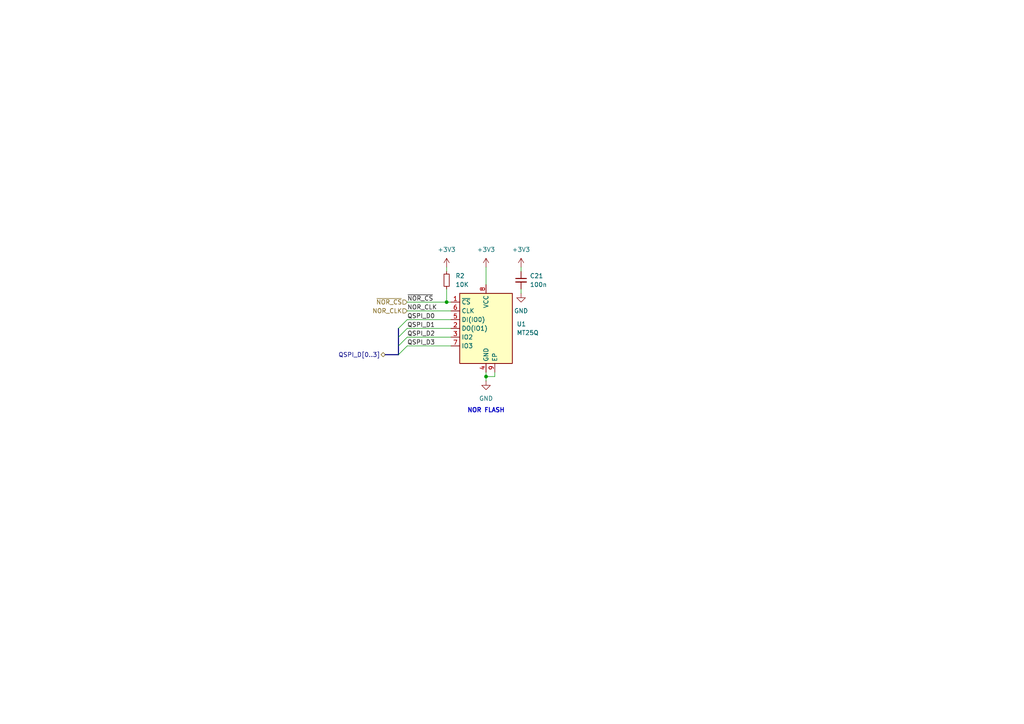
<source format=kicad_sch>
(kicad_sch (version 20231120) (generator "eeschema") (generator_version "8.0")
  (paper "A4")
  (lib_symbols
    (symbol "Device:C_Small" (pin_numbers hide) (pin_names (offset 0.254) hide)
      (property "Reference" "C" (at 0.254 1.778 0))
      (property "Value" "C_Small" (at 0.254 -2.032 0))
      (symbol "C_Small_0_1"
        (polyline (pts (xy -1.524 -0.508) (xy 1.524 -0.508)) (stroke (width 0.3302)))
        (polyline (pts (xy -1.524 0.508) (xy 1.524 0.508)) (stroke (width 0.3048)))
      )
      (symbol "C_Small_1_1"
        (pin passive line (at 0 2.54 270) (length 2.032) (name "~") (number "1"))
        (pin passive line (at 0 -2.54 90) (length 2.032) (name "~") (number "2"))
      )
    )
    (symbol "Device:R_Small" (pin_numbers hide) (pin_names (offset 0.254) hide)
      (property "Reference" "R" (at 0.762 0.508 0))
      (property "Value" "R_Small" (at 0.762 -1.016 0))
      (symbol "R_Small_0_1"
        (rectangle (start -0.762 1.778) (end 0.762 -1.778) (stroke (width 0.2032)))
      )
      (symbol "R_Small_1_1"
        (pin passive line (at 0 2.54 270) (length 0.762) (name "~") (number "1"))
        (pin passive line (at 0 -2.54 90) (length 0.762) (name "~") (number "2"))
      )
    )
    (symbol "GND_1" (power) (pin_numbers hide) (pin_names (offset 0) hide)
      (property "Value" "GND" (at 0 -3.81 0))
      (symbol "GND_1_0_1"
        (polyline (pts (xy 0 0) (xy 0 -1.27) (xy 1.27 -1.27) (xy 0 -2.54) (xy -1.27 -1.27) (xy 0 -1.27)))
      )
      (symbol "GND_1_1_1"
        (pin power_in line (at 0 0 270) (length 0) (name "~") (number "1"))
      )
    )
    (symbol "Memory_Flash:W25Q32JVZP"
      (property "Reference" "U" (at -6.35 11.43 0))
      (property "Value" "W25Q32JVZP" (at 7.62 11.43 0))
      (symbol "W25Q32JVZP_0_1"
        (rectangle (start -7.62 10.16) (end 7.62 -10.16) (stroke (width 0.254)) (fill (type background)))
      )
      (symbol "W25Q32JVZP_1_1"
        (pin input line (at -10.16 7.62 0) (length 2.54) (name "~{CS}") (number "1"))
        (pin bidirectional line (at -10.16 0 0) (length 2.54) (name "DO(IO1)") (number "2"))
        (pin bidirectional line (at -10.16 -2.54 0) (length 2.54) (name "IO2") (number "3"))
        (pin power_in line (at 0 -12.7 90) (length 2.54) (name "GND") (number "4"))
        (pin bidirectional line (at -10.16 2.54 0) (length 2.54) (name "DI(IO0)") (number "5"))
        (pin input line (at -10.16 5.08 0) (length 2.54) (name "CLK") (number "6"))
        (pin bidirectional line (at -10.16 -5.08 0) (length 2.54) (name "IO3") (number "7"))
        (pin power_in line (at 0 12.7 270) (length 2.54) (name "VCC") (number "8"))
        (pin passive line (at 2.54 -12.7 90) (length 2.54) (name "EP") (number "9"))
      )
    )
    (symbol "power:+3V3" (power) (pin_names (offset 0))
      (property "Value" "+3V3" (at 0 3.556 0))
      (symbol "+3V3_0_1"
        (polyline (pts (xy -0.762 1.27) (xy 0 2.54)))
        (polyline (pts (xy 0 0) (xy 0 2.54)))
        (polyline (pts (xy 0 2.54) (xy 0.762 1.27)))
      )
      (symbol "+3V3_1_1"
        (pin power_in line (at 0 0 90) (length 0) hide (name "+3V3") (number "1"))
      )
    )
    (symbol "power:GND" (power) (pin_names (offset 0))
      (property "Value" "GND" (at 0 -3.81 0))
      (symbol "GND_0_1"
        (polyline (pts (xy 0 0) (xy 0 -1.27) (xy 1.27 -1.27) (xy 0 -2.54) (xy -1.27 -1.27) (xy 0 -1.27)))
      )
      (symbol "GND_1_1"
        (pin power_in line (at 0 0 270) (length 0) hide (name "GND") (number "1"))
      )
    )
  )
  (junction (at 140.97 109.22))
  (junction (at 129.54 87.63))
  (bus_entry (at 115.57 102.87) (size 2.54 -2.54))
  (bus_entry (at 115.57 100.33) (size 2.54 -2.54))
  (bus_entry (at 115.57 97.79) (size 2.54 -2.54))
  (bus_entry (at 115.57 95.25) (size 2.54 -2.54))
  (wire (pts (xy 118.11 95.25) (xy 130.81 95.25)))
  (wire (pts (xy 129.54 87.63) (xy 130.81 87.63)))
  (wire (pts (xy 118.11 100.33) (xy 130.81 100.33)))
  (bus (pts (xy 115.57 100.33) (xy 115.57 102.87)))
  (wire (pts (xy 118.11 90.17) (xy 130.81 90.17)))
  (wire (pts (xy 129.54 77.47) (xy 129.54 78.74)))
  (wire (pts (xy 140.97 109.22) (xy 140.97 107.95)))
  (wire (pts (xy 118.11 87.63) (xy 129.54 87.63)))
  (bus (pts (xy 115.57 97.79) (xy 115.57 100.33)))
  (wire (pts (xy 129.54 83.82) (xy 129.54 87.63)))
  (bus (pts (xy 111.76 102.87) (xy 115.57 102.87)))
  (wire (pts (xy 151.13 77.47) (xy 151.13 78.74)))
  (wire (pts (xy 143.51 109.22) (xy 140.97 109.22)))
  (wire (pts (xy 143.51 107.95) (xy 143.51 109.22)))
  (wire (pts (xy 140.97 110.49) (xy 140.97 109.22)))
  (wire (pts (xy 118.11 97.79) (xy 130.81 97.79)))
  (wire (pts (xy 140.97 77.47) (xy 140.97 82.55)))
  (wire (pts (xy 118.11 92.71) (xy 130.81 92.71)))
  (bus (pts (xy 115.57 95.25) (xy 115.57 97.79)))
  (wire (pts (xy 151.13 83.82) (xy 151.13 85.09)))
  (text "NOR FLASH" (at 140.97 119.126 0) (effects (font (size 1.27 1.27) (thickness 0.254) (bold yes))))
  (label "NOR_CLK" (at 118.11 90.17 0))
  (label "QSPI_D3" (at 118.11 100.33 0))
  (label "QSPI_D1" (at 118.11 95.25 0))
  (label "QSPI_D2" (at 118.11 97.79 0))
  (label "~{NOR_CS}" (at 118.11 87.63 0))
  (label "QSPI_D0" (at 118.11 92.71 0))
  (hierarchical_label "QSPI_D[0..3]" (shape bidirectional) (at 111.76 102.87 180))
  (hierarchical_label "NOR_CLK" (shape input) (at 118.11 90.17 180))
  (hierarchical_label "~{NOR_CS}" (shape input) (at 118.11 87.63 180))
  (symbol (lib_id "power:GND") (at 151.13 85.09 0) (unit 1)
    (property "Reference" "#PWR017" (effects (hide yes)))
    (property "Value" "GND" (at 151.13 90.17 0))
    (instances (project "chroma-pixel-h743" (path "" (reference "#PWR017") (unit 1))) (project "chroma-pixel-h743" (path "" (reference "#PWR084") (unit 1))))
  )
  (symbol (lib_name "GND_1") (lib_id "power:GND") (at 140.97 110.49 0) (unit 1)
    (property "Reference" "#PWR038" (effects (hide yes)))
    (property "Value" "GND" (at 140.97 115.57 0))
    (property "Description" "Power symbol creates a global label with name \"GND\" , ground" (effects (hide yes)))
    (instances (project "chroma-pixel-h743" (path "" (reference "#PWR038") (unit 1))) (project "chroma-pixel-h743" (path "" (reference "#PWR082") (unit 1))))
  )
  (symbol (lib_id "Device:C_Small") (at 151.13 81.28 0) (unit 1)
    (property "Reference" "C21" (at 153.67 80.0163 0) (effects (justify left)))
    (property "Value" "100n" (at 153.67 82.5563 0) (effects (justify left)))
    (property "Footprint" "Capacitor_SMD:C_0402_1005Metric" (effects (hide yes)))
    (property "JLCPCB Part #" "C307331" (effects (hide yes)))
    (instances (project "chroma-pixel-h743" (path "" (reference "C21") (unit 1))) (project "chroma-pixel-h743" (path "" (reference "C42") (unit 1))))
  )
  (symbol (lib_id "power:+3V3") (at 151.13 77.47 0) (unit 1)
    (property "Reference" "#PWR016" (effects (hide yes)))
    (property "Value" "+3V3" (at 151.13 72.39 0))
    (property "Description" "Power symbol creates a global label with name \"+3V3\"" (effects (hide yes)))
    (instances (project "chroma-pixel-h743" (path "" (reference "#PWR016") (unit 1))) (project "chroma-pixel-h743" (path "" (reference "#PWR083") (unit 1))))
  )
  (symbol (lib_id "Device:R_Small") (at 129.54 81.28 0) (unit 1)
    (property "Reference" "R2" (at 132.08 80.0099 0) (effects (justify left)))
    (property "Value" "10K" (at 132.08 82.5499 0) (effects (justify left)))
    (property "Footprint" "Resistor_SMD:R_0402_1005Metric" (effects (hide yes)))
    (property "Description" "Resistor, small symbol" (effects (hide yes)))
    (property "JLCPCB Part #" "C25744" (effects (hide yes)))
    (instances (project "chroma-pixel-h743" (path "" (reference "R2") (unit 1))) (project "chroma-pixel-h743" (path "" (reference "R23") (unit 1))))
  )
  (symbol (lib_id "power:+3V3") (at 129.54 77.47 0) (unit 1)
    (property "Reference" "#PWR09" (effects (hide yes)))
    (property "Value" "+3V3" (at 129.54 72.39 0))
    (property "Description" "Power symbol creates a global label with name \"+3V3\"" (effects (hide yes)))
    (instances (project "chroma-pixel-h743" (path "" (reference "#PWR09") (unit 1))) (project "chroma-pixel-h743" (path "" (reference "#PWR080") (unit 1))))
  )
  (symbol (lib_id "power:+3V3") (at 140.97 77.47 0) (unit 1)
    (property "Reference" "#PWR037" (effects (hide yes)))
    (property "Value" "+3V3" (at 140.97 72.39 0))
    (property "Description" "Power symbol creates a global label with name \"+3V3\"" (effects (hide yes)))
    (instances (project "chroma-pixel-h743" (path "" (reference "#PWR037") (unit 1))) (project "chroma-pixel-h743" (path "" (reference "#PWR081") (unit 1))))
  )
  (symbol (lib_id "Memory_Flash:W25Q32JVZP") (at 140.97 95.25 0) (unit 1)
    (property "Reference" "U1" (at 149.86 93.9799 0) (effects (justify left)))
    (property "Value" "MT25Q" (at 149.86 96.5199 0) (effects (justify left)))
    (property "Footprint" "Package_SON:WSON-8-1EP_8x6mm_P1.27mm_EP3.4x4.3mm" (effects (hide yes)))
    (property "Datasheet" "http://www.winbond.com/resource-files/w25q32jv%20revg%2003272018%20plus.pdf" (effects (hide yes)))
    (property "Description" "32Mb Serial Flash Memory, Standard/Dual/Quad SPI, DFN-8" (effects (hide yes)))
    (property "JLCPCB Part #" "C2061007" (effects (hide yes)))
    (instances (project "chroma-pixel-h743" (path "" (reference "U1") (unit 1))) (project "chroma-pixel-h743" (path "" (reference "U6") (unit 1))))
  )
)
</source>
